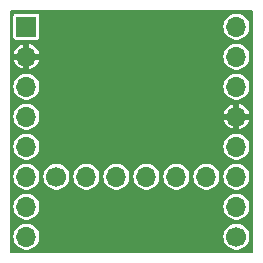
<source format=gbl>
G04 #@! TF.GenerationSoftware,KiCad,Pcbnew,8.0.1*
G04 #@! TF.CreationDate,2024-08-02T19:33:06+01:00*
G04 #@! TF.ProjectId,rn4871_interposer,726e3438-3731-45f6-996e-746572706f73,rev?*
G04 #@! TF.SameCoordinates,Original*
G04 #@! TF.FileFunction,Copper,L2,Bot*
G04 #@! TF.FilePolarity,Positive*
%FSLAX46Y46*%
G04 Gerber Fmt 4.6, Leading zero omitted, Abs format (unit mm)*
G04 Created by KiCad (PCBNEW 8.0.1) date 2024-08-02 19:33:06*
%MOMM*%
%LPD*%
G01*
G04 APERTURE LIST*
G04 #@! TA.AperFunction,ComponentPad*
%ADD10C,1.700000*%
G04 #@! TD*
G04 #@! TA.AperFunction,ComponentPad*
%ADD11O,1.700000X1.700000*%
G04 #@! TD*
G04 #@! TA.AperFunction,ComponentPad*
%ADD12R,1.700000X1.700000*%
G04 #@! TD*
G04 #@! TA.AperFunction,ViaPad*
%ADD13C,0.600000*%
G04 #@! TD*
G04 APERTURE END LIST*
D10*
X138430000Y-96520000D03*
D11*
X140970000Y-96520000D03*
X143510000Y-96520000D03*
X146050000Y-96520000D03*
X148590000Y-96520000D03*
X151130000Y-96520000D03*
D10*
X153670000Y-101600000D03*
D11*
X153670000Y-99060000D03*
X153670000Y-96520000D03*
X153670000Y-93980000D03*
X153670000Y-91440000D03*
X153670000Y-88900000D03*
X153670000Y-86360000D03*
X153670000Y-83820000D03*
D12*
X135890000Y-83820000D03*
D11*
X135890000Y-86360000D03*
X135890000Y-88900000D03*
X135890000Y-91440000D03*
X135890000Y-93980000D03*
X135890000Y-96520000D03*
X135890000Y-99060000D03*
X135890000Y-101600000D03*
D13*
X151130000Y-87630000D03*
X149860000Y-101600000D03*
X139700000Y-101600000D03*
X144780000Y-101600000D03*
X144780000Y-83820000D03*
X151130000Y-90170000D03*
X143510000Y-83820000D03*
X146050000Y-85090000D03*
X142240000Y-83820000D03*
X151130000Y-88900000D03*
X143510000Y-87630000D03*
X143510000Y-85090000D03*
X147320000Y-85090000D03*
X146050000Y-83820000D03*
X144780000Y-86360000D03*
X142240000Y-86360000D03*
X147320000Y-83820000D03*
X147320000Y-86360000D03*
X148590000Y-91440000D03*
X138430000Y-83820000D03*
X146050000Y-87630000D03*
X143510000Y-86360000D03*
X147320000Y-87630000D03*
X144780000Y-87630000D03*
X142240000Y-85090000D03*
X149860000Y-91440000D03*
X142240000Y-87630000D03*
X144780000Y-85090000D03*
X146050000Y-86360000D03*
X139700000Y-91440000D03*
X138430000Y-90170000D03*
X140970000Y-91440000D03*
G04 #@! TA.AperFunction,Conductor*
G36*
X155016621Y-82435502D02*
G01*
X155063114Y-82489158D01*
X155074500Y-82541500D01*
X155074500Y-102878500D01*
X155054498Y-102946621D01*
X155000842Y-102993114D01*
X154948500Y-103004500D01*
X134611500Y-103004500D01*
X134543379Y-102984498D01*
X134496886Y-102930842D01*
X134485500Y-102878500D01*
X134485500Y-101600004D01*
X134780768Y-101600004D01*
X134799654Y-101803819D01*
X134799655Y-101803821D01*
X134855672Y-102000701D01*
X134946912Y-102183935D01*
X134946913Y-102183936D01*
X135070266Y-102347284D01*
X135221536Y-102485185D01*
X135395566Y-102592940D01*
X135395568Y-102592940D01*
X135395573Y-102592944D01*
X135586444Y-102666888D01*
X135787653Y-102704500D01*
X135787655Y-102704500D01*
X135992345Y-102704500D01*
X135992347Y-102704500D01*
X136193556Y-102666888D01*
X136384427Y-102592944D01*
X136558462Y-102485186D01*
X136709732Y-102347285D01*
X136833088Y-102183935D01*
X136924328Y-102000701D01*
X136980345Y-101803821D01*
X136999232Y-101600004D01*
X152560768Y-101600004D01*
X152579654Y-101803819D01*
X152579655Y-101803821D01*
X152635672Y-102000701D01*
X152726912Y-102183935D01*
X152726913Y-102183936D01*
X152850266Y-102347284D01*
X153001536Y-102485185D01*
X153175566Y-102592940D01*
X153175568Y-102592940D01*
X153175573Y-102592944D01*
X153366444Y-102666888D01*
X153567653Y-102704500D01*
X153567655Y-102704500D01*
X153772345Y-102704500D01*
X153772347Y-102704500D01*
X153973556Y-102666888D01*
X154164427Y-102592944D01*
X154338462Y-102485186D01*
X154489732Y-102347285D01*
X154613088Y-102183935D01*
X154704328Y-102000701D01*
X154760345Y-101803821D01*
X154779232Y-101600000D01*
X154760345Y-101396179D01*
X154704328Y-101199299D01*
X154613088Y-101016065D01*
X154572538Y-100962368D01*
X154489733Y-100852715D01*
X154338463Y-100714814D01*
X154164433Y-100607059D01*
X154164428Y-100607057D01*
X154164427Y-100607056D01*
X153973559Y-100533113D01*
X153973560Y-100533113D01*
X153973557Y-100533112D01*
X153973556Y-100533112D01*
X153772347Y-100495500D01*
X153567653Y-100495500D01*
X153366444Y-100533112D01*
X153366439Y-100533113D01*
X153175577Y-100607054D01*
X153175566Y-100607059D01*
X153001536Y-100714814D01*
X152850266Y-100852715D01*
X152726913Y-101016063D01*
X152635671Y-101199301D01*
X152579654Y-101396180D01*
X152560768Y-101599995D01*
X152560768Y-101600004D01*
X136999232Y-101600004D01*
X136999232Y-101600000D01*
X136980345Y-101396179D01*
X136924328Y-101199299D01*
X136833088Y-101016065D01*
X136792538Y-100962368D01*
X136709733Y-100852715D01*
X136558463Y-100714814D01*
X136384433Y-100607059D01*
X136384428Y-100607057D01*
X136384427Y-100607056D01*
X136193559Y-100533113D01*
X136193560Y-100533113D01*
X136193557Y-100533112D01*
X136193556Y-100533112D01*
X135992347Y-100495500D01*
X135787653Y-100495500D01*
X135586444Y-100533112D01*
X135586439Y-100533113D01*
X135395577Y-100607054D01*
X135395566Y-100607059D01*
X135221536Y-100714814D01*
X135070266Y-100852715D01*
X134946913Y-101016063D01*
X134855671Y-101199301D01*
X134799654Y-101396180D01*
X134780768Y-101599995D01*
X134780768Y-101600004D01*
X134485500Y-101600004D01*
X134485500Y-99060004D01*
X134780768Y-99060004D01*
X134799654Y-99263819D01*
X134799655Y-99263821D01*
X134855672Y-99460701D01*
X134946912Y-99643935D01*
X134946913Y-99643936D01*
X135070266Y-99807284D01*
X135221536Y-99945185D01*
X135395566Y-100052940D01*
X135395568Y-100052940D01*
X135395573Y-100052944D01*
X135586444Y-100126888D01*
X135787653Y-100164500D01*
X135787655Y-100164500D01*
X135992345Y-100164500D01*
X135992347Y-100164500D01*
X136193556Y-100126888D01*
X136384427Y-100052944D01*
X136558462Y-99945186D01*
X136709732Y-99807285D01*
X136833088Y-99643935D01*
X136924328Y-99460701D01*
X136980345Y-99263821D01*
X136999232Y-99060004D01*
X152560768Y-99060004D01*
X152579654Y-99263819D01*
X152579655Y-99263821D01*
X152635672Y-99460701D01*
X152726912Y-99643935D01*
X152726913Y-99643936D01*
X152850266Y-99807284D01*
X153001536Y-99945185D01*
X153175566Y-100052940D01*
X153175568Y-100052940D01*
X153175573Y-100052944D01*
X153366444Y-100126888D01*
X153567653Y-100164500D01*
X153567655Y-100164500D01*
X153772345Y-100164500D01*
X153772347Y-100164500D01*
X153973556Y-100126888D01*
X154164427Y-100052944D01*
X154338462Y-99945186D01*
X154489732Y-99807285D01*
X154613088Y-99643935D01*
X154704328Y-99460701D01*
X154760345Y-99263821D01*
X154779232Y-99060000D01*
X154760345Y-98856179D01*
X154704328Y-98659299D01*
X154613088Y-98476065D01*
X154572538Y-98422368D01*
X154489733Y-98312715D01*
X154338463Y-98174814D01*
X154164433Y-98067059D01*
X154164428Y-98067057D01*
X154164427Y-98067056D01*
X153973559Y-97993113D01*
X153973560Y-97993113D01*
X153973557Y-97993112D01*
X153973556Y-97993112D01*
X153772347Y-97955500D01*
X153567653Y-97955500D01*
X153366444Y-97993112D01*
X153366439Y-97993113D01*
X153175577Y-98067054D01*
X153175566Y-98067059D01*
X153001536Y-98174814D01*
X152850266Y-98312715D01*
X152726913Y-98476063D01*
X152635671Y-98659301D01*
X152579654Y-98856180D01*
X152560768Y-99059995D01*
X152560768Y-99060004D01*
X136999232Y-99060004D01*
X136999232Y-99060000D01*
X136980345Y-98856179D01*
X136924328Y-98659299D01*
X136833088Y-98476065D01*
X136792538Y-98422368D01*
X136709733Y-98312715D01*
X136558463Y-98174814D01*
X136384433Y-98067059D01*
X136384428Y-98067057D01*
X136384427Y-98067056D01*
X136193559Y-97993113D01*
X136193560Y-97993113D01*
X136193557Y-97993112D01*
X136193556Y-97993112D01*
X135992347Y-97955500D01*
X135787653Y-97955500D01*
X135586444Y-97993112D01*
X135586439Y-97993113D01*
X135395577Y-98067054D01*
X135395566Y-98067059D01*
X135221536Y-98174814D01*
X135070266Y-98312715D01*
X134946913Y-98476063D01*
X134855671Y-98659301D01*
X134799654Y-98856180D01*
X134780768Y-99059995D01*
X134780768Y-99060004D01*
X134485500Y-99060004D01*
X134485500Y-96520004D01*
X134780768Y-96520004D01*
X134799654Y-96723819D01*
X134799655Y-96723821D01*
X134855672Y-96920701D01*
X134946912Y-97103935D01*
X134946913Y-97103936D01*
X135070266Y-97267284D01*
X135221536Y-97405185D01*
X135395566Y-97512940D01*
X135395568Y-97512940D01*
X135395573Y-97512944D01*
X135586444Y-97586888D01*
X135787653Y-97624500D01*
X135787655Y-97624500D01*
X135992345Y-97624500D01*
X135992347Y-97624500D01*
X136193556Y-97586888D01*
X136384427Y-97512944D01*
X136558462Y-97405186D01*
X136709732Y-97267285D01*
X136833088Y-97103935D01*
X136924328Y-96920701D01*
X136980345Y-96723821D01*
X136999232Y-96520004D01*
X137320768Y-96520004D01*
X137339654Y-96723819D01*
X137339655Y-96723821D01*
X137395672Y-96920701D01*
X137486912Y-97103935D01*
X137486913Y-97103936D01*
X137610266Y-97267284D01*
X137761536Y-97405185D01*
X137935566Y-97512940D01*
X137935568Y-97512940D01*
X137935573Y-97512944D01*
X138126444Y-97586888D01*
X138327653Y-97624500D01*
X138327655Y-97624500D01*
X138532345Y-97624500D01*
X138532347Y-97624500D01*
X138733556Y-97586888D01*
X138924427Y-97512944D01*
X139098462Y-97405186D01*
X139249732Y-97267285D01*
X139373088Y-97103935D01*
X139464328Y-96920701D01*
X139520345Y-96723821D01*
X139539232Y-96520004D01*
X139860768Y-96520004D01*
X139879654Y-96723819D01*
X139879655Y-96723821D01*
X139935672Y-96920701D01*
X140026912Y-97103935D01*
X140026913Y-97103936D01*
X140150266Y-97267284D01*
X140301536Y-97405185D01*
X140475566Y-97512940D01*
X140475568Y-97512940D01*
X140475573Y-97512944D01*
X140666444Y-97586888D01*
X140867653Y-97624500D01*
X140867655Y-97624500D01*
X141072345Y-97624500D01*
X141072347Y-97624500D01*
X141273556Y-97586888D01*
X141464427Y-97512944D01*
X141638462Y-97405186D01*
X141789732Y-97267285D01*
X141913088Y-97103935D01*
X142004328Y-96920701D01*
X142060345Y-96723821D01*
X142079232Y-96520004D01*
X142400768Y-96520004D01*
X142419654Y-96723819D01*
X142419655Y-96723821D01*
X142475672Y-96920701D01*
X142566912Y-97103935D01*
X142566913Y-97103936D01*
X142690266Y-97267284D01*
X142841536Y-97405185D01*
X143015566Y-97512940D01*
X143015568Y-97512940D01*
X143015573Y-97512944D01*
X143206444Y-97586888D01*
X143407653Y-97624500D01*
X143407655Y-97624500D01*
X143612345Y-97624500D01*
X143612347Y-97624500D01*
X143813556Y-97586888D01*
X144004427Y-97512944D01*
X144178462Y-97405186D01*
X144329732Y-97267285D01*
X144453088Y-97103935D01*
X144544328Y-96920701D01*
X144600345Y-96723821D01*
X144619232Y-96520004D01*
X144940768Y-96520004D01*
X144959654Y-96723819D01*
X144959655Y-96723821D01*
X145015672Y-96920701D01*
X145106912Y-97103935D01*
X145106913Y-97103936D01*
X145230266Y-97267284D01*
X145381536Y-97405185D01*
X145555566Y-97512940D01*
X145555568Y-97512940D01*
X145555573Y-97512944D01*
X145746444Y-97586888D01*
X145947653Y-97624500D01*
X145947655Y-97624500D01*
X146152345Y-97624500D01*
X146152347Y-97624500D01*
X146353556Y-97586888D01*
X146544427Y-97512944D01*
X146718462Y-97405186D01*
X146869732Y-97267285D01*
X146993088Y-97103935D01*
X147084328Y-96920701D01*
X147140345Y-96723821D01*
X147159232Y-96520004D01*
X147480768Y-96520004D01*
X147499654Y-96723819D01*
X147499655Y-96723821D01*
X147555672Y-96920701D01*
X147646912Y-97103935D01*
X147646913Y-97103936D01*
X147770266Y-97267284D01*
X147921536Y-97405185D01*
X148095566Y-97512940D01*
X148095568Y-97512940D01*
X148095573Y-97512944D01*
X148286444Y-97586888D01*
X148487653Y-97624500D01*
X148487655Y-97624500D01*
X148692345Y-97624500D01*
X148692347Y-97624500D01*
X148893556Y-97586888D01*
X149084427Y-97512944D01*
X149258462Y-97405186D01*
X149409732Y-97267285D01*
X149533088Y-97103935D01*
X149624328Y-96920701D01*
X149680345Y-96723821D01*
X149699232Y-96520004D01*
X150020768Y-96520004D01*
X150039654Y-96723819D01*
X150039655Y-96723821D01*
X150095672Y-96920701D01*
X150186912Y-97103935D01*
X150186913Y-97103936D01*
X150310266Y-97267284D01*
X150461536Y-97405185D01*
X150635566Y-97512940D01*
X150635568Y-97512940D01*
X150635573Y-97512944D01*
X150826444Y-97586888D01*
X151027653Y-97624500D01*
X151027655Y-97624500D01*
X151232345Y-97624500D01*
X151232347Y-97624500D01*
X151433556Y-97586888D01*
X151624427Y-97512944D01*
X151798462Y-97405186D01*
X151949732Y-97267285D01*
X152073088Y-97103935D01*
X152164328Y-96920701D01*
X152220345Y-96723821D01*
X152239232Y-96520004D01*
X152560768Y-96520004D01*
X152579654Y-96723819D01*
X152579655Y-96723821D01*
X152635672Y-96920701D01*
X152726912Y-97103935D01*
X152726913Y-97103936D01*
X152850266Y-97267284D01*
X153001536Y-97405185D01*
X153175566Y-97512940D01*
X153175568Y-97512940D01*
X153175573Y-97512944D01*
X153366444Y-97586888D01*
X153567653Y-97624500D01*
X153567655Y-97624500D01*
X153772345Y-97624500D01*
X153772347Y-97624500D01*
X153973556Y-97586888D01*
X154164427Y-97512944D01*
X154338462Y-97405186D01*
X154489732Y-97267285D01*
X154613088Y-97103935D01*
X154704328Y-96920701D01*
X154760345Y-96723821D01*
X154779232Y-96520000D01*
X154760345Y-96316179D01*
X154704328Y-96119299D01*
X154613088Y-95936065D01*
X154572538Y-95882368D01*
X154489733Y-95772715D01*
X154338463Y-95634814D01*
X154164433Y-95527059D01*
X154164428Y-95527057D01*
X154164427Y-95527056D01*
X153973559Y-95453113D01*
X153973560Y-95453113D01*
X153973557Y-95453112D01*
X153973556Y-95453112D01*
X153772347Y-95415500D01*
X153567653Y-95415500D01*
X153366444Y-95453112D01*
X153366439Y-95453113D01*
X153175577Y-95527054D01*
X153175566Y-95527059D01*
X153001536Y-95634814D01*
X152850266Y-95772715D01*
X152726913Y-95936063D01*
X152635671Y-96119301D01*
X152579654Y-96316180D01*
X152560768Y-96519995D01*
X152560768Y-96520004D01*
X152239232Y-96520004D01*
X152239232Y-96520000D01*
X152220345Y-96316179D01*
X152164328Y-96119299D01*
X152073088Y-95936065D01*
X152032538Y-95882368D01*
X151949733Y-95772715D01*
X151798463Y-95634814D01*
X151624433Y-95527059D01*
X151624428Y-95527057D01*
X151624427Y-95527056D01*
X151433559Y-95453113D01*
X151433560Y-95453113D01*
X151433557Y-95453112D01*
X151433556Y-95453112D01*
X151232347Y-95415500D01*
X151027653Y-95415500D01*
X150826444Y-95453112D01*
X150826439Y-95453113D01*
X150635577Y-95527054D01*
X150635566Y-95527059D01*
X150461536Y-95634814D01*
X150310266Y-95772715D01*
X150186913Y-95936063D01*
X150095671Y-96119301D01*
X150039654Y-96316180D01*
X150020768Y-96519995D01*
X150020768Y-96520004D01*
X149699232Y-96520004D01*
X149699232Y-96520000D01*
X149680345Y-96316179D01*
X149624328Y-96119299D01*
X149533088Y-95936065D01*
X149492538Y-95882368D01*
X149409733Y-95772715D01*
X149258463Y-95634814D01*
X149084433Y-95527059D01*
X149084428Y-95527057D01*
X149084427Y-95527056D01*
X148893559Y-95453113D01*
X148893560Y-95453113D01*
X148893557Y-95453112D01*
X148893556Y-95453112D01*
X148692347Y-95415500D01*
X148487653Y-95415500D01*
X148286444Y-95453112D01*
X148286439Y-95453113D01*
X148095577Y-95527054D01*
X148095566Y-95527059D01*
X147921536Y-95634814D01*
X147770266Y-95772715D01*
X147646913Y-95936063D01*
X147555671Y-96119301D01*
X147499654Y-96316180D01*
X147480768Y-96519995D01*
X147480768Y-96520004D01*
X147159232Y-96520004D01*
X147159232Y-96520000D01*
X147140345Y-96316179D01*
X147084328Y-96119299D01*
X146993088Y-95936065D01*
X146952538Y-95882368D01*
X146869733Y-95772715D01*
X146718463Y-95634814D01*
X146544433Y-95527059D01*
X146544428Y-95527057D01*
X146544427Y-95527056D01*
X146353559Y-95453113D01*
X146353560Y-95453113D01*
X146353557Y-95453112D01*
X146353556Y-95453112D01*
X146152347Y-95415500D01*
X145947653Y-95415500D01*
X145746444Y-95453112D01*
X145746439Y-95453113D01*
X145555577Y-95527054D01*
X145555566Y-95527059D01*
X145381536Y-95634814D01*
X145230266Y-95772715D01*
X145106913Y-95936063D01*
X145015671Y-96119301D01*
X144959654Y-96316180D01*
X144940768Y-96519995D01*
X144940768Y-96520004D01*
X144619232Y-96520004D01*
X144619232Y-96520000D01*
X144600345Y-96316179D01*
X144544328Y-96119299D01*
X144453088Y-95936065D01*
X144412538Y-95882368D01*
X144329733Y-95772715D01*
X144178463Y-95634814D01*
X144004433Y-95527059D01*
X144004428Y-95527057D01*
X144004427Y-95527056D01*
X143813559Y-95453113D01*
X143813560Y-95453113D01*
X143813557Y-95453112D01*
X143813556Y-95453112D01*
X143612347Y-95415500D01*
X143407653Y-95415500D01*
X143206444Y-95453112D01*
X143206439Y-95453113D01*
X143015577Y-95527054D01*
X143015566Y-95527059D01*
X142841536Y-95634814D01*
X142690266Y-95772715D01*
X142566913Y-95936063D01*
X142475671Y-96119301D01*
X142419654Y-96316180D01*
X142400768Y-96519995D01*
X142400768Y-96520004D01*
X142079232Y-96520004D01*
X142079232Y-96520000D01*
X142060345Y-96316179D01*
X142004328Y-96119299D01*
X141913088Y-95936065D01*
X141872538Y-95882368D01*
X141789733Y-95772715D01*
X141638463Y-95634814D01*
X141464433Y-95527059D01*
X141464428Y-95527057D01*
X141464427Y-95527056D01*
X141273559Y-95453113D01*
X141273560Y-95453113D01*
X141273557Y-95453112D01*
X141273556Y-95453112D01*
X141072347Y-95415500D01*
X140867653Y-95415500D01*
X140666444Y-95453112D01*
X140666439Y-95453113D01*
X140475577Y-95527054D01*
X140475566Y-95527059D01*
X140301536Y-95634814D01*
X140150266Y-95772715D01*
X140026913Y-95936063D01*
X139935671Y-96119301D01*
X139879654Y-96316180D01*
X139860768Y-96519995D01*
X139860768Y-96520004D01*
X139539232Y-96520004D01*
X139539232Y-96520000D01*
X139520345Y-96316179D01*
X139464328Y-96119299D01*
X139373088Y-95936065D01*
X139332538Y-95882368D01*
X139249733Y-95772715D01*
X139098463Y-95634814D01*
X138924433Y-95527059D01*
X138924428Y-95527057D01*
X138924427Y-95527056D01*
X138733559Y-95453113D01*
X138733560Y-95453113D01*
X138733557Y-95453112D01*
X138733556Y-95453112D01*
X138532347Y-95415500D01*
X138327653Y-95415500D01*
X138126444Y-95453112D01*
X138126439Y-95453113D01*
X137935577Y-95527054D01*
X137935566Y-95527059D01*
X137761536Y-95634814D01*
X137610266Y-95772715D01*
X137486913Y-95936063D01*
X137395671Y-96119301D01*
X137339654Y-96316180D01*
X137320768Y-96519995D01*
X137320768Y-96520004D01*
X136999232Y-96520004D01*
X136999232Y-96520000D01*
X136980345Y-96316179D01*
X136924328Y-96119299D01*
X136833088Y-95936065D01*
X136792538Y-95882368D01*
X136709733Y-95772715D01*
X136558463Y-95634814D01*
X136384433Y-95527059D01*
X136384428Y-95527057D01*
X136384427Y-95527056D01*
X136193559Y-95453113D01*
X136193560Y-95453113D01*
X136193557Y-95453112D01*
X136193556Y-95453112D01*
X135992347Y-95415500D01*
X135787653Y-95415500D01*
X135586444Y-95453112D01*
X135586439Y-95453113D01*
X135395577Y-95527054D01*
X135395566Y-95527059D01*
X135221536Y-95634814D01*
X135070266Y-95772715D01*
X134946913Y-95936063D01*
X134855671Y-96119301D01*
X134799654Y-96316180D01*
X134780768Y-96519995D01*
X134780768Y-96520004D01*
X134485500Y-96520004D01*
X134485500Y-93980004D01*
X134780768Y-93980004D01*
X134799654Y-94183819D01*
X134799655Y-94183821D01*
X134855672Y-94380701D01*
X134946912Y-94563935D01*
X134946913Y-94563936D01*
X135070266Y-94727284D01*
X135221536Y-94865185D01*
X135395566Y-94972940D01*
X135395568Y-94972940D01*
X135395573Y-94972944D01*
X135586444Y-95046888D01*
X135787653Y-95084500D01*
X135787655Y-95084500D01*
X135992345Y-95084500D01*
X135992347Y-95084500D01*
X136193556Y-95046888D01*
X136384427Y-94972944D01*
X136558462Y-94865186D01*
X136709732Y-94727285D01*
X136833088Y-94563935D01*
X136924328Y-94380701D01*
X136980345Y-94183821D01*
X136999232Y-93980004D01*
X152560768Y-93980004D01*
X152579654Y-94183819D01*
X152579655Y-94183821D01*
X152635672Y-94380701D01*
X152726912Y-94563935D01*
X152726913Y-94563936D01*
X152850266Y-94727284D01*
X153001536Y-94865185D01*
X153175566Y-94972940D01*
X153175568Y-94972940D01*
X153175573Y-94972944D01*
X153366444Y-95046888D01*
X153567653Y-95084500D01*
X153567655Y-95084500D01*
X153772345Y-95084500D01*
X153772347Y-95084500D01*
X153973556Y-95046888D01*
X154164427Y-94972944D01*
X154338462Y-94865186D01*
X154489732Y-94727285D01*
X154613088Y-94563935D01*
X154704328Y-94380701D01*
X154760345Y-94183821D01*
X154779232Y-93980000D01*
X154760345Y-93776179D01*
X154704328Y-93579299D01*
X154613088Y-93396065D01*
X154572538Y-93342368D01*
X154489733Y-93232715D01*
X154338463Y-93094814D01*
X154164433Y-92987059D01*
X154164428Y-92987057D01*
X154164427Y-92987056D01*
X153973559Y-92913113D01*
X153973560Y-92913113D01*
X153973557Y-92913112D01*
X153973556Y-92913112D01*
X153772347Y-92875500D01*
X153567653Y-92875500D01*
X153366444Y-92913112D01*
X153366439Y-92913113D01*
X153175577Y-92987054D01*
X153175566Y-92987059D01*
X153001536Y-93094814D01*
X152850266Y-93232715D01*
X152726913Y-93396063D01*
X152635671Y-93579301D01*
X152579654Y-93776180D01*
X152560768Y-93979995D01*
X152560768Y-93980004D01*
X136999232Y-93980004D01*
X136999232Y-93980000D01*
X136980345Y-93776179D01*
X136924328Y-93579299D01*
X136833088Y-93396065D01*
X136792538Y-93342368D01*
X136709733Y-93232715D01*
X136558463Y-93094814D01*
X136384433Y-92987059D01*
X136384428Y-92987057D01*
X136384427Y-92987056D01*
X136193559Y-92913113D01*
X136193560Y-92913113D01*
X136193557Y-92913112D01*
X136193556Y-92913112D01*
X135992347Y-92875500D01*
X135787653Y-92875500D01*
X135586444Y-92913112D01*
X135586439Y-92913113D01*
X135395577Y-92987054D01*
X135395566Y-92987059D01*
X135221536Y-93094814D01*
X135070266Y-93232715D01*
X134946913Y-93396063D01*
X134855671Y-93579301D01*
X134799654Y-93776180D01*
X134780768Y-93979995D01*
X134780768Y-93980004D01*
X134485500Y-93980004D01*
X134485500Y-91440004D01*
X134780768Y-91440004D01*
X134799654Y-91643819D01*
X134799655Y-91643821D01*
X134855672Y-91840701D01*
X134946912Y-92023935D01*
X134946913Y-92023936D01*
X135070266Y-92187284D01*
X135221536Y-92325185D01*
X135395566Y-92432940D01*
X135395568Y-92432940D01*
X135395573Y-92432944D01*
X135586444Y-92506888D01*
X135787653Y-92544500D01*
X135787655Y-92544500D01*
X135992345Y-92544500D01*
X135992347Y-92544500D01*
X136193556Y-92506888D01*
X136384427Y-92432944D01*
X136558462Y-92325186D01*
X136709732Y-92187285D01*
X136833088Y-92023935D01*
X136924328Y-91840701D01*
X136980345Y-91643821D01*
X136999232Y-91440000D01*
X136993132Y-91374174D01*
X136980345Y-91236180D01*
X136966068Y-91186000D01*
X136966068Y-91185999D01*
X152594450Y-91185999D01*
X152594451Y-91186000D01*
X153239297Y-91186000D01*
X153204075Y-91247007D01*
X153170000Y-91374174D01*
X153170000Y-91505826D01*
X153204075Y-91632993D01*
X153239297Y-91694000D01*
X152594451Y-91694000D01*
X152636138Y-91840514D01*
X152636140Y-91840519D01*
X152727340Y-92023672D01*
X152850637Y-92186946D01*
X153001838Y-92324784D01*
X153175796Y-92432493D01*
X153175803Y-92432496D01*
X153366582Y-92506405D01*
X153415999Y-92515642D01*
X153416000Y-92515642D01*
X153416000Y-91870702D01*
X153477007Y-91905925D01*
X153604174Y-91940000D01*
X153735826Y-91940000D01*
X153862993Y-91905925D01*
X153924000Y-91870702D01*
X153924000Y-92515642D01*
X153973417Y-92506405D01*
X153973418Y-92506405D01*
X154164196Y-92432496D01*
X154164203Y-92432493D01*
X154338161Y-92324784D01*
X154489362Y-92186946D01*
X154612659Y-92023672D01*
X154703859Y-91840519D01*
X154703861Y-91840514D01*
X154745549Y-91694000D01*
X154100703Y-91694000D01*
X154135925Y-91632993D01*
X154170000Y-91505826D01*
X154170000Y-91374174D01*
X154135925Y-91247007D01*
X154100703Y-91186000D01*
X154745549Y-91186000D01*
X154745549Y-91185999D01*
X154703861Y-91039485D01*
X154703859Y-91039480D01*
X154612659Y-90856327D01*
X154489362Y-90693053D01*
X154338161Y-90555215D01*
X154164203Y-90447506D01*
X154164196Y-90447503D01*
X153973424Y-90373596D01*
X153924000Y-90364357D01*
X153924000Y-91009297D01*
X153862993Y-90974075D01*
X153735826Y-90940000D01*
X153604174Y-90940000D01*
X153477007Y-90974075D01*
X153416000Y-91009297D01*
X153416000Y-90364357D01*
X153366575Y-90373596D01*
X153175803Y-90447503D01*
X153175796Y-90447506D01*
X153001838Y-90555215D01*
X152850637Y-90693053D01*
X152727340Y-90856327D01*
X152636140Y-91039480D01*
X152636138Y-91039485D01*
X152594450Y-91185999D01*
X136966068Y-91185999D01*
X136924328Y-91039299D01*
X136833088Y-90856065D01*
X136792538Y-90802368D01*
X136709733Y-90692715D01*
X136558463Y-90554814D01*
X136384433Y-90447059D01*
X136384428Y-90447057D01*
X136384427Y-90447056D01*
X136384422Y-90447054D01*
X136193559Y-90373113D01*
X136193560Y-90373113D01*
X136193557Y-90373112D01*
X136193556Y-90373112D01*
X135992347Y-90335500D01*
X135787653Y-90335500D01*
X135633280Y-90364357D01*
X135586439Y-90373113D01*
X135395577Y-90447054D01*
X135395566Y-90447059D01*
X135221536Y-90554814D01*
X135070266Y-90692715D01*
X134946913Y-90856063D01*
X134855671Y-91039301D01*
X134799654Y-91236180D01*
X134780768Y-91439995D01*
X134780768Y-91440004D01*
X134485500Y-91440004D01*
X134485500Y-88900004D01*
X134780768Y-88900004D01*
X134799654Y-89103819D01*
X134799655Y-89103821D01*
X134855672Y-89300701D01*
X134946912Y-89483935D01*
X134946913Y-89483936D01*
X135070266Y-89647284D01*
X135221536Y-89785185D01*
X135395566Y-89892940D01*
X135395568Y-89892940D01*
X135395573Y-89892944D01*
X135586444Y-89966888D01*
X135787653Y-90004500D01*
X135787655Y-90004500D01*
X135992345Y-90004500D01*
X135992347Y-90004500D01*
X136193556Y-89966888D01*
X136384427Y-89892944D01*
X136558462Y-89785186D01*
X136709732Y-89647285D01*
X136833088Y-89483935D01*
X136924328Y-89300701D01*
X136980345Y-89103821D01*
X136999232Y-88900004D01*
X152560768Y-88900004D01*
X152579654Y-89103819D01*
X152579655Y-89103821D01*
X152635672Y-89300701D01*
X152726912Y-89483935D01*
X152726913Y-89483936D01*
X152850266Y-89647284D01*
X153001536Y-89785185D01*
X153175566Y-89892940D01*
X153175568Y-89892940D01*
X153175573Y-89892944D01*
X153366444Y-89966888D01*
X153567653Y-90004500D01*
X153567655Y-90004500D01*
X153772345Y-90004500D01*
X153772347Y-90004500D01*
X153973556Y-89966888D01*
X154164427Y-89892944D01*
X154338462Y-89785186D01*
X154489732Y-89647285D01*
X154613088Y-89483935D01*
X154704328Y-89300701D01*
X154760345Y-89103821D01*
X154779232Y-88900000D01*
X154760345Y-88696179D01*
X154704328Y-88499299D01*
X154613088Y-88316065D01*
X154572538Y-88262368D01*
X154489733Y-88152715D01*
X154338463Y-88014814D01*
X154164433Y-87907059D01*
X154164428Y-87907057D01*
X154164427Y-87907056D01*
X153973559Y-87833113D01*
X153973560Y-87833113D01*
X153973557Y-87833112D01*
X153973556Y-87833112D01*
X153772347Y-87795500D01*
X153567653Y-87795500D01*
X153366444Y-87833112D01*
X153366439Y-87833113D01*
X153175577Y-87907054D01*
X153175566Y-87907059D01*
X153001536Y-88014814D01*
X152850266Y-88152715D01*
X152726913Y-88316063D01*
X152635671Y-88499301D01*
X152579654Y-88696180D01*
X152560768Y-88899995D01*
X152560768Y-88900004D01*
X136999232Y-88900004D01*
X136999232Y-88900000D01*
X136980345Y-88696179D01*
X136924328Y-88499299D01*
X136833088Y-88316065D01*
X136792538Y-88262368D01*
X136709733Y-88152715D01*
X136558463Y-88014814D01*
X136384433Y-87907059D01*
X136384428Y-87907057D01*
X136384427Y-87907056D01*
X136193559Y-87833113D01*
X136193560Y-87833113D01*
X136193557Y-87833112D01*
X136193556Y-87833112D01*
X135992347Y-87795500D01*
X135787653Y-87795500D01*
X135586444Y-87833112D01*
X135586439Y-87833113D01*
X135395577Y-87907054D01*
X135395566Y-87907059D01*
X135221536Y-88014814D01*
X135070266Y-88152715D01*
X134946913Y-88316063D01*
X134855671Y-88499301D01*
X134799654Y-88696180D01*
X134780768Y-88899995D01*
X134780768Y-88900004D01*
X134485500Y-88900004D01*
X134485500Y-86105999D01*
X134814450Y-86105999D01*
X134814451Y-86106000D01*
X135459297Y-86106000D01*
X135424075Y-86167007D01*
X135390000Y-86294174D01*
X135390000Y-86425826D01*
X135424075Y-86552993D01*
X135459297Y-86614000D01*
X134814451Y-86614000D01*
X134856138Y-86760514D01*
X134856140Y-86760519D01*
X134947340Y-86943672D01*
X135070637Y-87106946D01*
X135221838Y-87244784D01*
X135395796Y-87352493D01*
X135395803Y-87352496D01*
X135586582Y-87426405D01*
X135635999Y-87435642D01*
X135636000Y-87435642D01*
X135636000Y-86790702D01*
X135697007Y-86825925D01*
X135824174Y-86860000D01*
X135955826Y-86860000D01*
X136082993Y-86825925D01*
X136144000Y-86790702D01*
X136144000Y-87435642D01*
X136193417Y-87426405D01*
X136193418Y-87426405D01*
X136384196Y-87352496D01*
X136384203Y-87352493D01*
X136558161Y-87244784D01*
X136709362Y-87106946D01*
X136832659Y-86943672D01*
X136923859Y-86760519D01*
X136923861Y-86760514D01*
X136965549Y-86614000D01*
X136320703Y-86614000D01*
X136355925Y-86552993D01*
X136390000Y-86425826D01*
X136390000Y-86360004D01*
X152560768Y-86360004D01*
X152579654Y-86563819D01*
X152579655Y-86563821D01*
X152635672Y-86760701D01*
X152726912Y-86943935D01*
X152726913Y-86943936D01*
X152850266Y-87107284D01*
X153001536Y-87245185D01*
X153175566Y-87352940D01*
X153175568Y-87352940D01*
X153175573Y-87352944D01*
X153366444Y-87426888D01*
X153567653Y-87464500D01*
X153567655Y-87464500D01*
X153772345Y-87464500D01*
X153772347Y-87464500D01*
X153973556Y-87426888D01*
X154164427Y-87352944D01*
X154338462Y-87245186D01*
X154489732Y-87107285D01*
X154613088Y-86943935D01*
X154704328Y-86760701D01*
X154760345Y-86563821D01*
X154779232Y-86360000D01*
X154773132Y-86294174D01*
X154760345Y-86156180D01*
X154746068Y-86106000D01*
X154704328Y-85959299D01*
X154613088Y-85776065D01*
X154572538Y-85722368D01*
X154489733Y-85612715D01*
X154338463Y-85474814D01*
X154164433Y-85367059D01*
X154164428Y-85367057D01*
X154164427Y-85367056D01*
X154164422Y-85367054D01*
X153973559Y-85293113D01*
X153973560Y-85293113D01*
X153973557Y-85293112D01*
X153973556Y-85293112D01*
X153772347Y-85255500D01*
X153567653Y-85255500D01*
X153413280Y-85284357D01*
X153366439Y-85293113D01*
X153175577Y-85367054D01*
X153175566Y-85367059D01*
X153001536Y-85474814D01*
X152850266Y-85612715D01*
X152726913Y-85776063D01*
X152635671Y-85959301D01*
X152579654Y-86156180D01*
X152560768Y-86359995D01*
X152560768Y-86360004D01*
X136390000Y-86360004D01*
X136390000Y-86294174D01*
X136355925Y-86167007D01*
X136320703Y-86106000D01*
X136965549Y-86106000D01*
X136965549Y-86105999D01*
X136923861Y-85959485D01*
X136923859Y-85959480D01*
X136832659Y-85776327D01*
X136709362Y-85613053D01*
X136558161Y-85475215D01*
X136384203Y-85367506D01*
X136384196Y-85367503D01*
X136193424Y-85293596D01*
X136144000Y-85284357D01*
X136144000Y-85929297D01*
X136082993Y-85894075D01*
X135955826Y-85860000D01*
X135824174Y-85860000D01*
X135697007Y-85894075D01*
X135636000Y-85929297D01*
X135636000Y-85284357D01*
X135586575Y-85293596D01*
X135395803Y-85367503D01*
X135395796Y-85367506D01*
X135221838Y-85475215D01*
X135070637Y-85613053D01*
X134947340Y-85776327D01*
X134856140Y-85959480D01*
X134856138Y-85959485D01*
X134814450Y-86105999D01*
X134485500Y-86105999D01*
X134485500Y-84695063D01*
X134785500Y-84695063D01*
X134785501Y-84695073D01*
X134800265Y-84769300D01*
X134856516Y-84853484D01*
X134940697Y-84909733D01*
X134940699Y-84909734D01*
X135014933Y-84924500D01*
X136765066Y-84924499D01*
X136765069Y-84924498D01*
X136765073Y-84924498D01*
X136814326Y-84914701D01*
X136839301Y-84909734D01*
X136923484Y-84853484D01*
X136979734Y-84769301D01*
X136994500Y-84695067D01*
X136994500Y-83820004D01*
X152560768Y-83820004D01*
X152579654Y-84023819D01*
X152579655Y-84023821D01*
X152635672Y-84220701D01*
X152726912Y-84403935D01*
X152726913Y-84403936D01*
X152850266Y-84567284D01*
X153001536Y-84705185D01*
X153175566Y-84812940D01*
X153175568Y-84812940D01*
X153175573Y-84812944D01*
X153366444Y-84886888D01*
X153567653Y-84924500D01*
X153567655Y-84924500D01*
X153772345Y-84924500D01*
X153772347Y-84924500D01*
X153973556Y-84886888D01*
X154164427Y-84812944D01*
X154338462Y-84705186D01*
X154489732Y-84567285D01*
X154613088Y-84403935D01*
X154704328Y-84220701D01*
X154760345Y-84023821D01*
X154779232Y-83820000D01*
X154760345Y-83616179D01*
X154704328Y-83419299D01*
X154613088Y-83236065D01*
X154572538Y-83182368D01*
X154489733Y-83072715D01*
X154338463Y-82934814D01*
X154164433Y-82827059D01*
X154164428Y-82827057D01*
X154164427Y-82827056D01*
X154164422Y-82827054D01*
X153973559Y-82753113D01*
X153973560Y-82753113D01*
X153973557Y-82753112D01*
X153973556Y-82753112D01*
X153772347Y-82715500D01*
X153567653Y-82715500D01*
X153366444Y-82753112D01*
X153366439Y-82753113D01*
X153175577Y-82827054D01*
X153175566Y-82827059D01*
X153001536Y-82934814D01*
X152850266Y-83072715D01*
X152726913Y-83236063D01*
X152635671Y-83419301D01*
X152579654Y-83616180D01*
X152560768Y-83819995D01*
X152560768Y-83820004D01*
X136994500Y-83820004D01*
X136994499Y-82944934D01*
X136994498Y-82944930D01*
X136994498Y-82944926D01*
X136979734Y-82870699D01*
X136923483Y-82786515D01*
X136839302Y-82730266D01*
X136765067Y-82715500D01*
X135014936Y-82715500D01*
X135014926Y-82715501D01*
X134940699Y-82730265D01*
X134856515Y-82786516D01*
X134800266Y-82870697D01*
X134785500Y-82944930D01*
X134785500Y-84695063D01*
X134485500Y-84695063D01*
X134485500Y-82541500D01*
X134505502Y-82473379D01*
X134559158Y-82426886D01*
X134611500Y-82415500D01*
X154948500Y-82415500D01*
X155016621Y-82435502D01*
G37*
G04 #@! TD.AperFunction*
M02*

</source>
